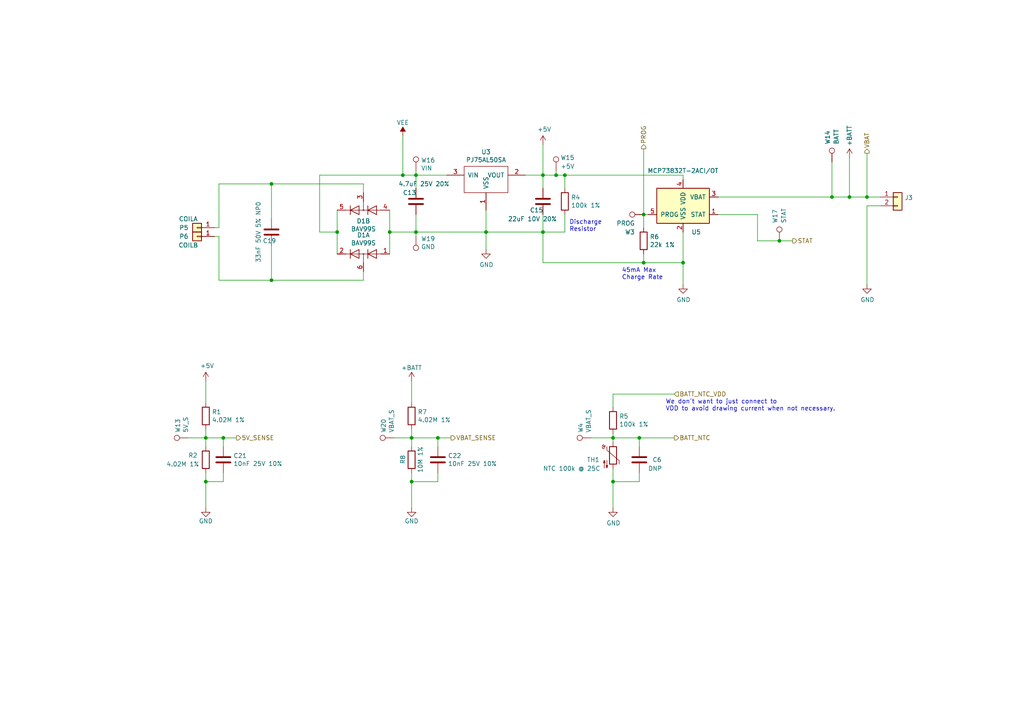
<source format=kicad_sch>
(kicad_sch (version 20211123) (generator eeschema)
  (paper "A4")
  (lib_symbols
    (symbol "Connector_Generic:Conn_01x01" (pin_names (offset 1.016) hide)
      (property "Reference" "J" (at 0 2.54 0))
      (property "Value" "Conn_01x01" (at 0 -2.54 0))
      (symbol "Conn_01x01_1_1"
        (rectangle (start -1.27 0.127) (end 0 -0.127) (stroke (width 0.1524)))
        (rectangle (start -1.27 1.27) (end 1.27 -1.27) (stroke (width 0.254)) (fill (type background)))
        (pin passive line (at -5.08 0 0) (length 3.81) (name "Pin_1") (number "1"))
      )
    )
    (symbol "Connector_Generic:Conn_01x02" (pin_names (offset 1.016) hide)
      (property "Reference" "J" (at 0 2.54 0))
      (property "Value" "Conn_01x02" (at 0 -5.08 0))
      (symbol "Conn_01x02_1_1"
        (rectangle (start -1.27 -2.413) (end 0 -2.667) (stroke (width 0.1524)))
        (rectangle (start -1.27 0.127) (end 0 -0.127) (stroke (width 0.1524)))
        (rectangle (start -1.27 1.27) (end 1.27 -3.81) (stroke (width 0.254)) (fill (type background)))
        (pin passive line (at -5.08 0 0) (length 3.81) (name "Pin_1") (number "1"))
        (pin passive line (at -5.08 -2.54 0) (length 3.81) (name "Pin_2") (number "2"))
      )
    )
    (symbol "Device:C" (pin_numbers hide) (pin_names (offset 0.254))
      (property "Reference" "C" (at 0.635 2.54 0))
      (property "Value" "C" (at 0.635 -2.54 0))
      (symbol "C_0_1"
        (polyline (pts (xy -2.032 -0.762) (xy 2.032 -0.762)) (stroke (width 0.508)))
        (polyline (pts (xy -2.032 0.762) (xy 2.032 0.762)) (stroke (width 0.508)))
      )
      (symbol "C_1_1"
        (pin passive line (at 0 3.81 270) (length 2.794) (name "~") (number "1"))
        (pin passive line (at 0 -3.81 90) (length 2.794) (name "~") (number "2"))
      )
    )
    (symbol "Device:R" (pin_numbers hide) (pin_names (offset 0))
      (property "Reference" "R" (at 2.032 0 90))
      (property "Value" "R" (at 0 0 90))
      (symbol "R_0_1"
        (rectangle (start -1.016 -2.54) (end 1.016 2.54) (stroke (width 0.254)))
      )
      (symbol "R_1_1"
        (pin passive line (at 0 3.81 270) (length 1.27) (name "~") (number "1"))
        (pin passive line (at 0 -3.81 90) (length 1.27) (name "~") (number "2"))
      )
    )
    (symbol "Device:Thermistor_NTC" (pin_numbers hide) (pin_names (offset 0))
      (property "Reference" "TH" (at -4.445 0 90))
      (property "Value" "Thermistor_NTC" (at 3.175 0 90))
      (symbol "Thermistor_NTC_0_1"
        (arc (start -3.048 2.159) (mid -3.0495 2.3143) (end -3.175 2.413))
        (arc (start -3.048 2.159) (mid -2.9736 1.9794) (end -2.794 1.905))
        (arc (start -3.048 2.794) (mid -2.9736 2.6144) (end -2.794 2.54))
        (arc (start -2.794 1.905) (mid -2.6144 1.9794) (end -2.54 2.159))
        (arc (start -2.794 2.54) (mid -2.4393 2.5587) (end -2.159 2.794))
        (arc (start -2.794 3.048) (mid -2.9736 2.9736) (end -3.048 2.794))
        (arc (start -2.54 2.794) (mid -2.6144 2.9736) (end -2.794 3.048))
        (rectangle (start -1.016 2.54) (end 1.016 -2.54) (stroke (width 0.254)))
        (polyline (pts (xy -2.54 2.159) (xy -2.54 2.794)))
        (polyline (pts (xy -1.778 2.54) (xy -1.778 1.524) (xy 1.778 -1.524) (xy 1.778 -2.54)))
        (polyline (pts (xy -2.54 -3.683) (xy -2.54 -1.397) (xy -2.794 -2.159) (xy -2.286 -2.159) (xy -2.54 -1.397) (xy -2.54 -1.651)) (fill (type outline)))
        (polyline (pts (xy -1.778 -1.397) (xy -1.778 -3.683) (xy -2.032 -2.921) (xy -1.524 -2.921) (xy -1.778 -3.683) (xy -1.778 -3.429)) (fill (type outline)))
      )
      (symbol "Thermistor_NTC_1_1"
        (pin passive line (at 0 3.81 270) (length 1.27) (name "~") (number "1"))
        (pin passive line (at 0 -3.81 90) (length 1.27) (name "~") (number "2"))
      )
    )
    (symbol "Pixels-dice:BAV99S-diode" (pin_names (offset 0.0254) hide)
      (property "Reference" "D" (at 0 2.54 0))
      (property "Value" "BAV99S-diode" (at 0 5.08 0))
      (symbol "BAV99S-diode_0_1"
        (polyline (pts (xy -5.08 0) (xy 5.08 0)))
        (polyline (pts (xy 0 0) (xy 0 -2.54)))
        (polyline (pts (xy -1.27 -1.27) (xy -1.27 1.27) (xy -1.27 1.27)) (stroke (width 0.2032)))
        (polyline (pts (xy 3.81 1.27) (xy 3.81 -1.27) (xy 3.81 -1.27)) (stroke (width 0.2032)))
        (polyline (pts (xy -3.81 1.27) (xy -1.27 0) (xy -3.81 -1.27) (xy -3.81 1.27) (xy -3.81 1.27) (xy -3.81 1.27)) (stroke (width 0.2032)))
        (polyline (pts (xy 1.27 1.27) (xy 3.81 0) (xy 1.27 -1.27) (xy 1.27 1.27) (xy 1.27 1.27) (xy 1.27 1.27)) (stroke (width 0.2032)))
        (circle (center 0 0) (radius 0.127))
      )
      (symbol "BAV99S-diode_1_1"
        (polyline (pts (xy 6.35 0) (xy 7.62 0)))
        (pin passive line (at -7.62 0 0) (length 2.54) (name "A1") (number "1"))
        (pin passive line (at 7.62 0 180) (length 2.54) (name "K2") (number "2"))
        (pin passive line (at 0 -5.08 90) (length 2.54) (name "K3A4") (number "6"))
      )
      (symbol "BAV99S-diode_2_1"
        (polyline (pts (xy 6.35 0) (xy 7.62 0)))
        (pin passive line (at 0 -5.08 90) (length 2.54) (name "K1A2") (number "3"))
        (pin passive line (at -7.62 0 0) (length 2.54) (name "A3") (number "4"))
        (pin passive line (at 7.62 0 180) (length 2.54) (name "K4") (number "5"))
      )
    )
    (symbol "Pixels-dice:HX6306P502MR" (pin_names (offset 1.016))
      (property "Reference" "U" (at 3.81 -6.35 0))
      (property "Value" "HX6306P502MR" (at 0 3.81 0))
      (symbol "HX6306P502MR_0_1"
        (rectangle (start -6.35 2.54) (end 6.35 -5.08))
      )
      (symbol "HX6306P502MR_1_1"
        (pin power_in line (at 0 -10.16 90) (length 5.08) (name "VSS") (number "1"))
        (pin power_out line (at 11.43 0 180) (length 5.08) (name "VOUT") (number "2"))
        (pin power_in line (at -11.43 0 0) (length 5.08) (name "VIN") (number "3"))
      )
    )
    (symbol "Pixels-dice:MCP73831-2-OT-battery_management" (pin_names (offset 1.016))
      (property "Reference" "U" (at -7.62 6.35 0))
      (property "Value" "MCP73831-2-OT-battery_management" (at 1.27 6.35 0))
      (symbol "MCP73831-2-OT-battery_management_0_1"
        (rectangle (start -7.62 5.08) (end 7.62 -5.08) (stroke (width 0.254)) (fill (type background)))
      )
      (symbol "MCP73831-2-OT-battery_management_1_1"
        (pin output line (at 10.16 -2.54 180) (length 2.54) (name "STAT") (number "1"))
        (pin power_in line (at 0 -7.62 90) (length 2.54) (name "VSS") (number "2"))
        (pin power_out line (at 10.16 2.54 180) (length 2.54) (name "VBAT") (number "3"))
        (pin power_in line (at 0 7.62 270) (length 2.54) (name "VDD") (number "4"))
        (pin input line (at -10.16 -2.54 0) (length 2.54) (name "PROG") (number "5"))
      )
    )
    (symbol "Pixels-dice:TEST_1P-conn" (pin_numbers hide) (pin_names (offset 0.762) hide)
      (property "Reference" "W" (at 0 6.858 0))
      (property "Value" "TEST_1P-conn" (at 0 5.08 0))
      (symbol "TEST_1P-conn_0_1"
        (circle (center 0 3.302) (radius 0.762))
      )
      (symbol "TEST_1P-conn_1_1"
        (pin passive line (at 0 0 90) (length 2.54) (name "1") (number "1"))
      )
    )
    (symbol "power:+5V" (power) (pin_names (offset 0))
      (property "Value" "+5V" (at 0 3.556 0))
      (symbol "+5V_0_1"
        (polyline (pts (xy -0.762 1.27) (xy 0 2.54)))
        (polyline (pts (xy 0 0) (xy 0 2.54)))
        (polyline (pts (xy 0 2.54) (xy 0.762 1.27)))
      )
      (symbol "+5V_1_1"
        (pin power_in line (at 0 0 90) (length 0) hide (name "+5V") (number "1"))
      )
    )
    (symbol "power:+BATT" (power) (pin_names (offset 0))
      (property "Value" "+BATT" (at 0 3.556 0))
      (symbol "+BATT_0_1"
        (polyline (pts (xy -0.762 1.27) (xy 0 2.54)))
        (polyline (pts (xy 0 0) (xy 0 2.54)))
        (polyline (pts (xy 0 2.54) (xy 0.762 1.27)))
      )
      (symbol "+BATT_1_1"
        (pin power_in line (at 0 0 90) (length 0) hide (name "+BATT") (number "1"))
      )
    )
    (symbol "power:GND" (power) (pin_names (offset 0))
      (property "Value" "GND" (at 0 -3.81 0))
      (symbol "GND_0_1"
        (polyline (pts (xy 0 0) (xy 0 -1.27) (xy 1.27 -1.27) (xy 0 -2.54) (xy -1.27 -1.27) (xy 0 -1.27)))
      )
      (symbol "GND_1_1"
        (pin power_in line (at 0 0 270) (length 0) hide (name "GND") (number "1"))
      )
    )
    (symbol "power:VEE" (power) (pin_names (offset 0))
      (property "Value" "VEE" (at 0 3.81 0))
      (symbol "VEE_0_1"
        (polyline (pts (xy 0 0) (xy 0 2.54)))
        (polyline (pts (xy 0.762 1.27) (xy -0.762 1.27) (xy 0 2.54) (xy 0.762 1.27)) (fill (type outline)))
      )
      (symbol "VEE_1_1"
        (pin power_in line (at 0 0 90) (length 0) hide (name "VEE") (number "1"))
      )
    )
  )
  (junction (at 163.83 50.8))
  (junction (at 97.79 67.31))
  (junction (at 251.46 57.15))
  (junction (at 177.8 139.7))
  (junction (at 59.69 127))
  (junction (at 186.69 76.2))
  (junction (at 59.69 139.7))
  (junction (at 198.12 76.2))
  (junction (at 186.69 62.23))
  (junction (at 157.48 67.31))
  (junction (at 246.38 57.15))
  (junction (at 140.97 67.31))
  (junction (at 177.8 127))
  (junction (at 120.65 67.31))
  (junction (at 78.74 53.34))
  (junction (at 120.65 50.8))
  (junction (at 119.38 139.7))
  (junction (at 64.77 127))
  (junction (at 241.3 57.15))
  (junction (at 157.48 50.8))
  (junction (at 78.74 81.28))
  (junction (at 161.29 50.8))
  (junction (at 185.42 127))
  (junction (at 119.38 127))
  (junction (at 113.03 67.31))
  (junction (at 226.06 69.85))
  (junction (at 116.84 50.8))
  (junction (at 127 127))
  (wire (pts (xy 177.8 125.73) (xy 177.8 127)))
  (wire (pts (xy 157.48 76.2) (xy 186.69 76.2)))
  (wire (pts (xy 163.83 62.23) (xy 163.83 67.31)))
  (wire (pts (xy 78.74 81.28) (xy 63.5 81.28)))
  (wire (pts (xy 163.83 67.31) (xy 157.48 67.31)))
  (wire (pts (xy 241.3 57.15) (xy 246.38 57.15)))
  (wire (pts (xy 127 139.7) (xy 119.38 139.7)))
  (wire (pts (xy 177.8 139.7) (xy 177.8 147.32)))
  (wire (pts (xy 59.69 137.16) (xy 59.69 139.7)))
  (wire (pts (xy 157.48 67.31) (xy 157.48 76.2)))
  (wire (pts (xy 161.29 49.53) (xy 161.29 50.8)))
  (wire (pts (xy 208.28 57.15) (xy 241.3 57.15)))
  (wire (pts (xy 54.61 127) (xy 59.69 127)))
  (wire (pts (xy 219.71 69.85) (xy 226.06 69.85)))
  (wire (pts (xy 59.69 116.84) (xy 59.69 110.49)))
  (wire (pts (xy 78.74 53.34) (xy 63.5 53.34)))
  (wire (pts (xy 251.46 44.45) (xy 251.46 57.15)))
  (wire (pts (xy 157.48 41.91) (xy 157.48 50.8)))
  (wire (pts (xy 251.46 57.15) (xy 246.38 57.15)))
  (wire (pts (xy 63.5 81.28) (xy 63.5 68.58)))
  (wire (pts (xy 97.79 60.96) (xy 97.79 67.31)))
  (wire (pts (xy 127 127) (xy 130.81 127)))
  (wire (pts (xy 157.48 67.31) (xy 157.48 62.23)))
  (wire (pts (xy 208.28 62.23) (xy 219.71 62.23)))
  (wire (pts (xy 241.3 46.99) (xy 241.3 57.15)))
  (wire (pts (xy 186.69 73.66) (xy 186.69 76.2)))
  (wire (pts (xy 163.83 50.8) (xy 163.83 54.61)))
  (wire (pts (xy 59.69 124.46) (xy 59.69 127)))
  (wire (pts (xy 63.5 66.04) (xy 62.23 66.04)))
  (wire (pts (xy 59.69 139.7) (xy 59.69 147.32)))
  (wire (pts (xy 161.29 50.8) (xy 163.83 50.8)))
  (wire (pts (xy 59.69 129.54) (xy 59.69 127)))
  (wire (pts (xy 185.42 127) (xy 185.42 129.54)))
  (wire (pts (xy 185.42 139.7) (xy 177.8 139.7)))
  (wire (pts (xy 63.5 53.34) (xy 63.5 66.04)))
  (wire (pts (xy 97.79 67.31) (xy 97.79 73.66)))
  (wire (pts (xy 113.03 60.96) (xy 113.03 67.31)))
  (wire (pts (xy 140.97 67.31) (xy 157.48 67.31)))
  (wire (pts (xy 113.03 67.31) (xy 113.03 73.66)))
  (wire (pts (xy 120.65 49.53) (xy 120.65 50.8)))
  (wire (pts (xy 127 137.16) (xy 127 139.7)))
  (wire (pts (xy 64.77 137.16) (xy 64.77 139.7)))
  (wire (pts (xy 171.45 127) (xy 177.8 127)))
  (wire (pts (xy 177.8 127) (xy 177.8 128.27)))
  (wire (pts (xy 59.69 127) (xy 64.77 127)))
  (wire (pts (xy 251.46 59.69) (xy 251.46 82.55)))
  (wire (pts (xy 105.41 78.74) (xy 105.41 81.28)))
  (wire (pts (xy 120.65 50.8) (xy 129.54 50.8)))
  (wire (pts (xy 120.65 50.8) (xy 120.65 54.61)))
  (wire (pts (xy 177.8 114.3) (xy 195.58 114.3)))
  (wire (pts (xy 114.3 127) (xy 119.38 127)))
  (wire (pts (xy 140.97 67.31) (xy 140.97 72.39)))
  (wire (pts (xy 186.69 43.18) (xy 186.69 62.23)))
  (wire (pts (xy 119.38 127) (xy 119.38 129.54)))
  (wire (pts (xy 177.8 135.89) (xy 177.8 139.7)))
  (wire (pts (xy 119.38 110.49) (xy 119.38 116.84)))
  (wire (pts (xy 119.38 137.16) (xy 119.38 139.7)))
  (wire (pts (xy 246.38 45.72) (xy 246.38 57.15)))
  (wire (pts (xy 64.77 127) (xy 68.58 127)))
  (wire (pts (xy 78.74 71.12) (xy 78.74 81.28)))
  (wire (pts (xy 120.65 67.31) (xy 113.03 67.31)))
  (wire (pts (xy 177.8 127) (xy 185.42 127)))
  (wire (pts (xy 198.12 52.07) (xy 198.12 50.8)))
  (wire (pts (xy 219.71 62.23) (xy 219.71 69.85)))
  (wire (pts (xy 64.77 129.54) (xy 64.77 127)))
  (wire (pts (xy 198.12 67.31) (xy 198.12 76.2)))
  (wire (pts (xy 152.4 50.8) (xy 157.48 50.8)))
  (wire (pts (xy 226.06 69.85) (xy 229.87 69.85)))
  (wire (pts (xy 157.48 50.8) (xy 157.48 54.61)))
  (wire (pts (xy 92.71 50.8) (xy 116.84 50.8)))
  (wire (pts (xy 140.97 60.96) (xy 140.97 67.31)))
  (wire (pts (xy 63.5 68.58) (xy 62.23 68.58)))
  (wire (pts (xy 78.74 53.34) (xy 105.41 53.34)))
  (wire (pts (xy 97.79 67.31) (xy 92.71 67.31)))
  (wire (pts (xy 127 127) (xy 127 129.54)))
  (wire (pts (xy 64.77 139.7) (xy 59.69 139.7)))
  (wire (pts (xy 185.42 137.16) (xy 185.42 139.7)))
  (wire (pts (xy 255.27 59.69) (xy 251.46 59.69)))
  (wire (pts (xy 187.96 62.23) (xy 186.69 62.23)))
  (wire (pts (xy 120.65 68.58) (xy 120.65 67.31)))
  (wire (pts (xy 119.38 124.46) (xy 119.38 127)))
  (wire (pts (xy 186.69 76.2) (xy 198.12 76.2)))
  (wire (pts (xy 119.38 127) (xy 127 127)))
  (wire (pts (xy 157.48 50.8) (xy 161.29 50.8)))
  (wire (pts (xy 92.71 67.31) (xy 92.71 50.8)))
  (wire (pts (xy 255.27 57.15) (xy 251.46 57.15)))
  (wire (pts (xy 119.38 139.7) (xy 119.38 147.32)))
  (wire (pts (xy 116.84 39.37) (xy 116.84 50.8)))
  (wire (pts (xy 120.65 62.23) (xy 120.65 67.31)))
  (wire (pts (xy 177.8 118.11) (xy 177.8 114.3)))
  (wire (pts (xy 185.42 127) (xy 195.58 127)))
  (wire (pts (xy 120.65 67.31) (xy 140.97 67.31)))
  (wire (pts (xy 105.41 55.88) (xy 105.41 53.34)))
  (wire (pts (xy 186.69 62.23) (xy 186.69 66.04)))
  (wire (pts (xy 78.74 63.5) (xy 78.74 53.34)))
  (wire (pts (xy 198.12 76.2) (xy 198.12 82.55)))
  (wire (pts (xy 163.83 50.8) (xy 198.12 50.8)))
  (wire (pts (xy 116.84 50.8) (xy 120.65 50.8)))
  (wire (pts (xy 78.74 81.28) (xy 105.41 81.28)))
  (text "Discharge\nResistor" (at 165.1 67.31 0) (effects (font (size 1.27 1.27)) (justify left bottom)))
  (text "45mA Max\nCharge Rate" (at 180.34 81.28 0) (effects (font (size 1.27 1.27)) (justify left bottom)))
  (text "We don't want to just connect to\nVDD to avoid drawing current when not necessary." (at 193.04 119.38 0) (effects (font (size 1.27 1.27)) (justify left bottom)))
  (hierarchical_label "BATT_NTC" (shape output) (at 195.58 127 0))
  (hierarchical_label "VBAT" (shape output) (at 251.46 44.45 90))
  (hierarchical_label "PROG" (shape output) (at 186.69 43.18 90))
  (hierarchical_label "5V_SENSE" (shape output) (at 68.58 127 0))
  (hierarchical_label "STAT" (shape output) (at 229.87 69.85 0))
  (hierarchical_label "BATT_NTC_VDD" (shape input) (at 195.58 114.3 0))
  (hierarchical_label "VBAT_SENSE" (shape output) (at 130.81 127 0))
  (symbol (lib_id "power:GND") (at 251.46 82.55 0) (unit 1)
    (property "Reference" "#PWR052" (effects hide))
    (property "Value" "GND" (at 251.587 86.9442 0))
  )
  (symbol (lib_id "Device:R") (at 163.83 58.42 0) (unit 1)
    (property "Reference" "R4" (at 165.608 57.2516 0) (effects (justify left)))
    (property "Value" "100k 1%" (at 165.608 59.563 0) (effects (justify left)))
    (property "Footprint" "Pixels-dice:R_0402_1005Metric" (effects hide))
    (property "Generic OK" "YES" (effects hide))
    (property "Pixels Part Number" "SMD-R006" (effects hide))
    (property "Manufacturer" "UNI-ROYAL(Uniroyal Elec)" (effects hide))
    (property "Manufacturer Part Number" "0402WGF1003TCE" (effects hide))
  )
  (symbol (lib_id "power:GND") (at 177.8 147.32 0) (unit 1)
    (property "Reference" "#PWR?" (effects hide))
    (property "Value" "GND" (at 177.927 151.7142 0))
  )
  (symbol (lib_id "Device:C") (at 120.65 58.42 0) (unit 1)
    (property "Reference" "C13" (at 116.84 55.88 0) (effects (justify left)))
    (property "Value" "4.7uF 25V 20%" (at 115.57 53.34 0) (effects (justify left)))
    (property "Footprint" "Capacitor_SMD:C_0603_1608Metric" (effects hide))
    (property "Generic OK" "YES" (effects hide))
    (property "Pixels Part Number" "SMD-C010" (effects hide))
    (property "Manufacturer" "Murata" (effects hide))
    (property "Manufacturer Part Number" "GRM188R61E475KE11D" (effects hide))
  )
  (symbol (lib_id "Pixels-dice:TEST_1P-conn") (at 120.65 49.53 0) (unit 1)
    (property "Reference" "W16" (at 122.1232 46.482 0) (effects (justify left)))
    (property "Value" "VIN" (at 122.1232 48.7934 0) (effects (justify left)))
    (property "Footprint" "Pixels-dice:TEST_PIN" (effects hide))
    (property "Generic OK" "N/A" (effects hide))
  )
  (symbol (lib_id "power:VEE") (at 116.84 39.37 0) (unit 1)
    (property "Reference" "#PWR032" (effects hide))
    (property "Value" "VEE" (at 116.84 35.56 0))
  )
  (symbol (lib_id "power:+5V") (at 59.69 110.49 0) (unit 1)
    (property "Reference" "#PWR057" (effects hide))
    (property "Value" "+5V" (at 60.071 106.0958 0))
  )
  (symbol (lib_id "Pixels-dice:TEST_1P-conn") (at 54.61 127 90) (unit 1)
    (property "Reference" "W13" (at 51.562 125.5268 0) (effects (justify left)))
    (property "Value" "5V_S" (at 53.8734 125.5268 0) (effects (justify left)))
    (property "Footprint" "Pixels-dice:TEST_PIN" (effects hide))
    (property "Generic OK" "N/A" (effects hide))
  )
  (symbol (lib_id "Device:C") (at 78.74 67.31 0) (unit 1)
    (property "Reference" "C19" (at 76.2 69.85 0) (effects (justify left)))
    (property "Value" "33nF 50V 5% NP0" (at 74.93 76.2 90) (effects (justify left)))
    (property "Footprint" "Capacitor_SMD:C_1206_3216Metric" (effects hide))
    (property "Generic OK" "NO" (effects hide))
    (property "Pixels Part Number" "SMD-C011" (effects hide))
    (property "Manufacturer" "Murata" (effects hide))
    (property "Manufacturer Part Number" "GRM3195C1H333JA01J" (effects hide))
  )
  (symbol (lib_id "Device:R") (at 186.69 69.85 0) (unit 1)
    (property "Reference" "R6" (at 188.468 68.6816 0) (effects (justify left)))
    (property "Value" "22k 1%" (at 188.468 70.993 0) (effects (justify left)))
    (property "Footprint" "Pixels-dice:R_0402_1005Metric" (effects hide))
    (property "Generic OK" "YES" (effects hide))
    (property "Pixels Part Number" "SMD-R002" (effects hide))
    (property "Manufacturer" "UNI-ROYAL(Uniroyal Elec)" (effects hide))
    (property "Manufacturer Part Number" "0402WGF2202TCE" (effects hide))
  )
  (symbol (lib_id "Device:R") (at 119.38 120.65 0) (unit 1)
    (property "Reference" "R7" (at 121.158 119.4816 0) (effects (justify left)))
    (property "Value" "4.02M 1%" (at 121.158 121.793 0) (effects (justify left)))
    (property "Footprint" "Pixels-dice:R_0402_1005Metric" (effects hide))
    (property "Generic OK" "YES" (effects hide))
    (property "Pixels Part Number" "SMD-R003" (effects hide))
    (property "Manufacturer" "UNI-ROYAL(Uniroyal Elec)" (effects hide))
    (property "Manufacturer Part Number" "0402WGF4024TCE" (effects hide))
  )
  (symbol (lib_id "power:+BATT") (at 119.38 110.49 0) (unit 1)
    (property "Reference" "#PWR058" (effects hide))
    (property "Value" "+BATT" (at 119.38 106.68 0))
  )
  (symbol (lib_id "Device:R") (at 119.38 133.35 0) (unit 1)
    (property "Reference" "R8" (at 116.84 134.62 90) (effects (justify left)))
    (property "Value" "10M 1%" (at 121.92 137.16 90) (effects (justify left)))
    (property "Footprint" "Pixels-dice:R_0402_1005Metric" (effects hide))
    (property "Generic OK" "YES" (effects hide))
    (property "Pixels Part Number" "SMD-R004" (effects hide))
    (property "Manufacturer" "UNI-ROYAL(Uniroyal Elec)" (effects hide))
    (property "Manufacturer Part Number" "0402WGF1005TCE" (effects hide))
  )
  (symbol (lib_id "Pixels-dice:MCP73831-2-OT-battery_management") (at 198.12 59.69 0) (unit 1)
    (property "Reference" "U5" (at 201.93 67.31 0))
    (property "Value" "MCP73832T-2ACI/OT" (at 198.12 49.53 0))
    (property "Footprint" "Package_TO_SOT_SMD:SOT-23-5" (effects hide))
    (property "Datasheet" "http://ww1.microchip.com/downloads/en/DeviceDoc/20001984g.pdf" (effects hide))
    (property "Generic OK" "NO" (effects hide))
    (property "Manufacturer" "Microchip" (effects hide))
    (property "Manufacturer Part Number" "MCP73832T-2ACI/OT" (effects hide))
    (property "Pixels Part Number" "SMD-U005" (effects hide))
  )
  (symbol (lib_id "Device:R") (at 59.69 120.65 0) (unit 1)
    (property "Reference" "R1" (at 61.468 119.4816 0) (effects (justify left)))
    (property "Value" "4.02M 1%" (at 61.468 121.793 0) (effects (justify left)))
    (property "Footprint" "Pixels-dice:R_0402_1005Metric" (effects hide))
    (property "Generic OK" "YES" (effects hide))
    (property "Pixels Part Number" "SMD-R003" (effects hide))
    (property "Manufacturer" "UNI-ROYAL(Uniroyal Elec)" (effects hide))
    (property "Manufacturer Part Number" "0402WGF4024TCE" (effects hide))
  )
  (symbol (lib_id "power:GND") (at 119.38 147.32 0) (unit 1)
    (property "Reference" "#PWR060" (effects hide))
    (property "Value" "GND" (at 119.38 151.13 0))
  )
  (symbol (lib_id "power:+5V") (at 157.48 41.91 0) (unit 1)
    (property "Reference" "#PWR040" (effects hide))
    (property "Value" "+5V" (at 157.861 37.5158 0))
  )
  (symbol (lib_id "Device:C") (at 127 133.35 0) (unit 1)
    (property "Reference" "C22" (at 129.921 132.1816 0) (effects (justify left)))
    (property "Value" "10nF 25V 10%" (at 129.921 134.493 0) (effects (justify left)))
    (property "Footprint" "Pixels-dice:C_0402_1005Metric" (effects hide))
    (property "Generic OK" "YES" (effects hide))
    (property "Pixels Part Number" "SMD-C009" (effects hide))
    (property "Manufacturer" "Murata" (effects hide))
    (property "Manufacturer Part Number" "GRM155R71H103KA88" (effects hide))
  )
  (symbol (lib_id "Pixels-dice:TEST_1P-conn") (at 226.06 69.85 0) (unit 1)
    (property "Reference" "W17" (at 224.79 64.77 90) (effects (justify left)))
    (property "Value" "STAT" (at 227.33 64.77 90) (effects (justify left)))
    (property "Footprint" "Pixels-dice:TEST_PIN" (effects hide))
    (property "Generic OK" "N/A" (effects hide))
  )
  (symbol (lib_id "Device:C") (at 185.42 133.35 0) (unit 1) (in_bom no)
    (property "Reference" "C6" (at 189.23 133.35 0) (effects (justify left)))
    (property "Value" "DNP" (at 187.96 135.89 0) (effects (justify left)))
    (property "Footprint" "Pixels-dice:C_0402_1005Metric" (effects hide))
    (property "Generic OK" "YES" (effects hide))
    (property "Pixels Part Number" "SMD-C005" (effects hide))
  )
  (symbol (lib_id "Device:Thermistor_NTC") (at 177.8 132.08 0) (unit 1)
    (property "Reference" "TH1" (at 170.18 133.35 0) (effects (justify left)))
    (property "Value" "NTC 100k @ 25C" (at 157.48 135.89 0) (effects (justify left)))
    (property "Footprint" "Pixels-dice:R_0402_1005Metric" (effects hide))
    (property "Generic OK" "NO" (effects hide))
    (property "Manufacturer" "TDK" (effects hide))
    (property "Manufacturer Part Number" "NTCG104EF104FT1X" (effects hide))
  )
  (symbol (lib_id "power:GND") (at 198.12 82.55 0) (unit 1)
    (property "Reference" "#PWR051" (effects hide))
    (property "Value" "GND" (at 198.247 86.9442 0))
  )
  (symbol (lib_id "power:GND") (at 140.97 72.39 0) (unit 1)
    (property "Reference" "#PWR050" (effects hide))
    (property "Value" "GND" (at 141.097 76.7842 0))
  )
  (symbol (lib_id "power:+BATT") (at 246.38 45.72 0) (unit 1)
    (property "Reference" "#PWR041" (effects hide))
    (property "Value" "+BATT" (at 246.38 39.37 90))
  )
  (symbol (lib_id "Connector_Generic:Conn_01x02") (at 260.35 57.15 0) (unit 1)
    (property "Reference" "J3" (at 262.382 57.3532 0) (effects (justify left)))
    (property "Value" "Conn_01x02" (effects hide))
    (property "Footprint" "Pixels-dice:Hongjie 10100 Connector" (effects hide))
    (property "Generic OK" "N/A" (effects hide))
  )
  (symbol (lib_id "Device:C") (at 157.48 58.42 0) (unit 1)
    (property "Reference" "C15" (at 153.67 60.96 0) (effects (justify left)))
    (property "Value" "22uF 10V 20%" (at 147.32 63.5 0) (effects (justify left)))
    (property "Footprint" "Capacitor_SMD:C_0603_1608Metric" (effects hide))
    (property "Generic OK" "YES" (effects hide))
    (property "Pixels Part Number" "SMD-C002" (effects hide))
    (property "Manufacturer" "Murata" (effects hide))
    (property "Manufacturer Part Number" "GRM188R61A226ME15D" (effects hide))
  )
  (symbol (lib_id "Pixels-dice:TEST_1P-conn") (at 120.65 68.58 180) (unit 1)
    (property "Reference" "W19" (at 122.1232 69.2658 0) (effects (justify right)))
    (property "Value" "GND" (at 122.1232 71.5772 0) (effects (justify right)))
    (property "Footprint" "Pixels-dice:TEST_PIN" (effects hide))
    (property "Generic OK" "N/A" (effects hide))
  )
  (symbol (lib_id "Pixels-dice:TEST_1P-conn") (at 241.3 46.99 0) (unit 1)
    (property "Reference" "W14" (at 240.03 41.91 90) (effects (justify left)))
    (property "Value" "BATT" (at 242.57 41.91 90) (effects (justify left)))
    (property "Footprint" "Pixels-dice:TEST_PIN" (effects hide))
    (property "Generic OK" "N/A" (effects hide))
  )
  (symbol (lib_id "Pixels-dice:TEST_1P-conn") (at 186.69 62.23 90) (unit 1)
    (property "Reference" "W3" (at 184.15 67.31 90) (effects (justify left)))
    (property "Value" "PROG" (at 184.15 64.77 90) (effects (justify left)))
    (property "Footprint" "Pixels-dice:TEST_PIN" (effects hide))
    (property "Generic OK" "N/A" (effects hide))
  )
  (symbol (lib_id "Connector_Generic:Conn_01x01") (at 57.15 68.58 180) (unit 1)
    (property "Reference" "P6" (at 53.34 68.58 0))
    (property "Value" "COILB" (at 54.61 71.12 0))
    (property "Footprint" "TestPoint:TestPoint_THTPad_D1.5mm_Drill0.7mm" (effects hide))
    (property "Generic OK" "N/A" (effects hide))
  )
  (symbol (lib_id "Connector_Generic:Conn_01x01") (at 57.15 66.04 180) (unit 1)
    (property "Reference" "P5" (at 53.34 66.04 0))
    (property "Value" "COILA" (at 54.61 63.5 0))
    (property "Footprint" "TestPoint:TestPoint_THTPad_D1.5mm_Drill0.7mm" (effects hide))
    (property "Generic OK" "N/A" (effects hide))
  )
  (symbol (lib_id "Pixels-dice:TEST_1P-conn") (at 114.3 127 90) (unit 1)
    (property "Reference" "W20" (at 111.252 125.5268 0) (effects (justify left)))
    (property "Value" "VBAT_S" (at 113.5634 125.5268 0) (effects (justify left)))
    (property "Footprint" "Pixels-dice:TEST_PIN" (effects hide))
    (property "Generic OK" "N/A" (effects hide))
  )
  (symbol (lib_id "Pixels-dice:HX6306P502MR") (at 140.97 50.8 0) (unit 1)
    (property "Reference" "U3" (at 140.97 44.069 0))
    (property "Value" "PJ75AL50SA" (at 140.97 46.3804 0))
    (property "Footprint" "Pixels-dice:SOT-23" (effects hide))
    (property "Manufacturer" "PJSEMI" (effects hide))
    (property "Manufacturer Part Number" "PJ75AL50SA" (effects hide))
    (property "Generic OK" "NO" (effects hide))
  )
  (symbol (lib_id "Pixels-dice:TEST_1P-conn") (at 161.29 49.53 0) (unit 1)
    (property "Reference" "W15" (at 162.56 45.72 0) (effects (justify left)))
    (property "Value" "+5V" (at 162.56 48.26 0) (effects (justify left)))
    (property "Footprint" "Pixels-dice:TEST_PIN" (effects hide))
    (property "Generic OK" "N/A" (effects hide))
  )
  (symbol (lib_id "Device:R") (at 177.8 121.92 0) (unit 1)
    (property "Reference" "R5" (at 179.578 120.7516 0) (effects (justify left)))
    (property "Value" "100k 1%" (at 179.578 123.063 0) (effects (justify left)))
    (property "Footprint" "Pixels-dice:R_0402_1005Metric" (effects hide))
    (property "Generic OK" "YES" (effects hide))
    (property "Pixels Part Number" "SMD-R006" (effects hide))
    (property "Manufacturer" "UNI-ROYAL(Uniroyal Elec)" (effects hide))
    (property "Manufacturer Part Number" "0402WGF1003TCE" (effects hide))
  )
  (symbol (lib_id "Pixels-dice:BAV99S-diode") (at 105.41 60.96 180) (unit 2)
    (property "Reference" "D1" (at 105.41 64.1096 0))
    (property "Value" "BAV99S" (at 105.41 66.421 0))
    (property "Footprint" "Package_TO_SOT_SMD:SOT-363_SC-70-6" (effects hide))
    (property "Datasheet" "https://assets.nexperia.com/documents/data-sheet/BAV99_SER.pdf" (effects hide))
    (property "Generic OK" "YES" (effects hide))
    (property "Manufacturer" "Nexperia" (effects hide))
    (property "Manufacturer Part Number" "BAV99S,115" (effects hide))
    (property "Pixels Part Number" "SMD-D001" (effects hide))
  )
  (symbol (lib_id "power:GND") (at 59.69 147.32 0) (unit 1)
    (property "Reference" "#PWR059" (effects hide))
    (property "Value" "GND" (at 59.69 151.13 0))
  )
  (symbol (lib_id "Pixels-dice:TEST_1P-conn") (at 171.45 127 90) (unit 1)
    (property "Reference" "W4" (at 168.402 125.5268 0) (effects (justify left)))
    (property "Value" "VBAT_S" (at 170.7134 125.5268 0) (effects (justify left)))
    (property "Footprint" "Pixels-dice:TEST_PIN" (effects hide))
    (property "Generic OK" "N/A" (effects hide))
  )
  (symbol (lib_id "Pixels-dice:BAV99S-diode") (at 105.41 73.66 0) (mirror y) (unit 1)
    (property "Reference" "D1" (at 105.41 68.1736 0))
    (property "Value" "BAV99S" (at 105.41 70.485 0))
    (property "Footprint" "Package_TO_SOT_SMD:SOT-363_SC-70-6" (effects hide))
    (property "Datasheet" "https://assets.nexperia.com/documents/data-sheet/BAV99_SER.pdf" (effects hide))
    (property "Generic OK" "YES" (effects hide))
    (property "Manufacturer" "Nexperia" (effects hide))
    (property "Manufacturer Part Number" "BAV99S,115" (effects hide))
    (property "Pixels Part Number" "SMD-D001" (effects hide))
  )
  (symbol (lib_id "Device:C") (at 64.77 133.35 0) (unit 1)
    (property "Reference" "C21" (at 67.691 132.1816 0) (effects (justify left)))
    (property "Value" "10nF 25V 10%" (at 67.691 134.493 0) (effects (justify left)))
    (property "Footprint" "Pixels-dice:C_0402_1005Metric" (effects hide))
    (property "Generic OK" "YES" (effects hide))
    (property "Pixels Part Number" "SMD-C009" (effects hide))
    (property "Manufacturer" "Murata" (effects hide))
    (property "Manufacturer Part Number" "GRM155R71H103KA88" (effects hide))
  )
  (symbol (lib_id "Device:R") (at 59.69 133.35 0) (unit 1)
    (property "Reference" "R2" (at 54.61 132.08 0) (effects (justify left)))
    (property "Value" "4.02M 1%" (at 48.26 134.62 0) (effects (justify left)))
    (property "Footprint" "Pixels-dice:R_0402_1005Metric" (effects hide))
    (property "Generic OK" "YES" (effects hide))
    (property "Pixels Part Number" "SMD-R003" (effects hide))
    (property "Manufacturer" "UNI-ROYAL(Uniroyal Elec)" (effects hide))
    (property "Manufacturer Part Number" "0402WGF4024TCE" (effects hide))
  )
)
</source>
